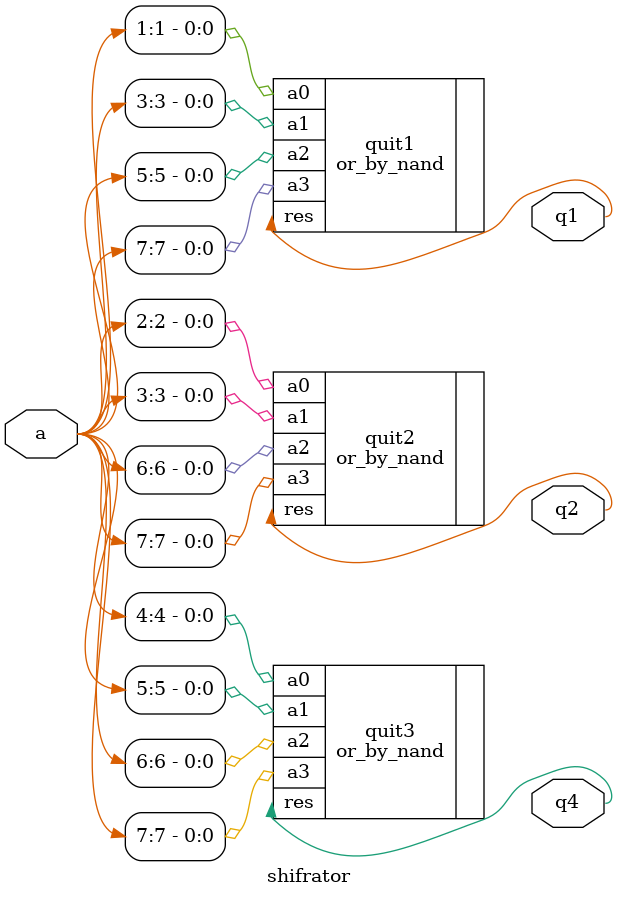
<source format=v>
`timescale 1ns / 1ps

    module shifrator(
        input [7:0] a,
        output q1,
        output q2,
        output q4
    );
    
    or_by_nand quit1(.a0(a[1]), .a1(a[3]), .a2(a[5]), .a3(a[7]), .res(q1));
    or_by_nand quit2(.a0(a[2]), .a1(a[3]), .a2(a[6]), .a3(a[7]), .res(q2));
    or_by_nand quit3(.a0(a[4]), .a1(a[5]), .a2(a[6]), .a3(a[7]), .res(q4));
    
endmodule
</source>
